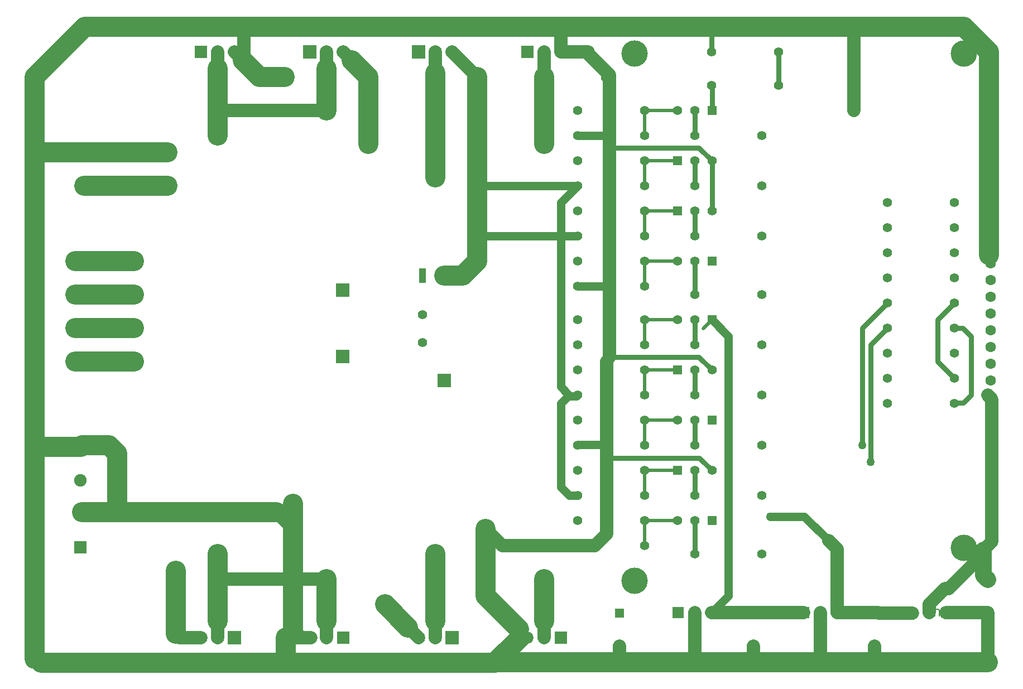
<source format=gbl>
G04*
G04 #@! TF.GenerationSoftware,Altium Limited,Altium Designer,21.8.1 (53)*
G04*
G04 Layer_Physical_Order=2*
G04 Layer_Color=16711680*
%FSLAX43Y43*%
%MOMM*%
G71*
G04*
G04 #@! TF.SameCoordinates,43502BEE-6898-4BDF-A8F3-2E7845CCF1CD*
G04*
G04*
G04 #@! TF.FilePolarity,Positive*
G04*
G01*
G75*
%ADD15C,0.152*%
%ADD16C,2.032*%
%ADD20R,2.000X2.000*%
%ADD21C,2.000*%
%ADD32R,1.850X1.850*%
%ADD33C,1.850*%
%ADD43C,0.508*%
%ADD44C,0.762*%
%ADD45C,1.270*%
%ADD46C,3.048*%
%ADD47R,1.100X2.300*%
%ADD48C,1.400*%
%ADD49R,1.600X1.600*%
%ADD50C,1.600*%
%ADD51C,1.700*%
%ADD52R,1.700X1.700*%
%ADD53C,1.600*%
G04:AMPARAMS|DCode=54|XSize=1.6mm|YSize=1.6mm|CornerRadius=0.4mm|HoleSize=0mm|Usage=FLASHONLY|Rotation=90.000|XOffset=0mm|YOffset=0mm|HoleType=Round|Shape=RoundedRectangle|*
%AMROUNDEDRECTD54*
21,1,1.600,0.800,0,0,90.0*
21,1,0.800,1.600,0,0,90.0*
1,1,0.800,0.400,0.400*
1,1,0.800,0.400,-0.400*
1,1,0.800,-0.400,-0.400*
1,1,0.800,-0.400,0.400*
%
%ADD54ROUNDEDRECTD54*%
%ADD55R,1.400X1.400*%
%ADD56C,1.900*%
%ADD57R,1.900X1.900*%
%ADD58R,1.950X1.950*%
%ADD59C,1.950*%
%ADD60R,1.350X1.350*%
%ADD61C,1.350*%
%ADD62C,4.000*%
%ADD63C,1.778*%
%ADD64C,1.270*%
%ADD65C,2.540*%
D15*
X141223Y9652D02*
Y10498D01*
X141054Y10667D01*
X140715D01*
X140546Y10498D01*
Y9652D01*
X140208Y10667D02*
X139869D01*
X140038D01*
Y9652D01*
X140208Y9821D01*
D16*
X149224Y20954D02*
Y42544D01*
X147954Y19684D02*
X149224Y20954D01*
X142080Y13810D02*
X142715D01*
X147954Y19049D01*
X139699Y11429D02*
X142080Y13810D01*
X139699Y10159D02*
Y11429D01*
X148589Y43179D02*
X149224Y42544D01*
X148589Y2669D02*
Y10159D01*
X142239D02*
X148589D01*
X132079Y10119D02*
X137159D01*
X125729Y10159D02*
X132039D01*
X131444Y2669D02*
Y5119D01*
X87987Y94974D02*
X91185Y91776D01*
Y82549D02*
Y91776D01*
X35713Y94041D02*
Y98994D01*
X44388Y6411D02*
X45873D01*
X10921Y25145D02*
X11175Y25399D01*
X90804Y35681D02*
Y48259D01*
Y33654D02*
Y35681D01*
X89026Y20319D02*
X90804Y22097D01*
Y33654D01*
X128269Y86359D02*
Y99059D01*
X81279Y91439D02*
Y95249D01*
X64769Y92074D02*
Y95249D01*
X25399Y6984D02*
X26034Y6349D01*
X29209D01*
X60959Y7619D02*
X62229Y6349D01*
X124459Y21081D02*
X125729Y19811D01*
Y10159D02*
Y19811D01*
X132039Y10159D02*
X132079Y10119D01*
X104139Y2669D02*
X104139Y2669D01*
Y10159D01*
X92709Y2669D02*
Y5119D01*
X92709Y2669D02*
X92709Y2669D01*
X113029Y2669D02*
Y5119D01*
X91185Y48955D02*
Y82549D01*
X123189Y3174D02*
Y10159D01*
X106679D02*
X113029D01*
X120649D01*
X83819Y95249D02*
Y99059D01*
X86359Y20319D02*
X89026D01*
X83819Y95249D02*
X87987D01*
X42063Y6411D02*
X44388D01*
X10983Y35367D02*
X11175Y35559D01*
X10921Y35305D02*
X10983Y35367D01*
X43179Y7619D02*
X44388Y6411D01*
X40639Y25399D02*
X43179Y22859D01*
X15319Y25399D02*
X16509Y26590D01*
X81279Y6349D02*
Y8889D01*
X64769Y6349D02*
Y8889D01*
X48259Y6349D02*
Y8889D01*
X31749Y6349D02*
Y8889D01*
X72389Y22859D02*
X74929Y20319D01*
X86359D01*
X48259Y92709D02*
Y95249D01*
X50799D02*
X52069Y93979D01*
X34289Y95249D02*
X35559Y93979D01*
X31749Y92709D02*
Y95249D01*
X11429Y75009D02*
X11509Y74929D01*
X67309Y95249D02*
X71119Y91439D01*
X31749Y86359D02*
X48259D01*
X31749Y15239D02*
X48259D01*
D20*
X34289Y6349D02*
D03*
X66119Y45389D02*
D03*
X50719Y59089D02*
D03*
Y49089D02*
D03*
X67309Y6349D02*
D03*
X45719Y95249D02*
D03*
X62229D02*
D03*
D21*
X31749Y6349D02*
D03*
X29209D02*
D03*
X64769D02*
D03*
X62229D02*
D03*
X50799Y95249D02*
D03*
X48259D02*
D03*
X67309D02*
D03*
X64769D02*
D03*
D32*
X50799Y6349D02*
D03*
X83819D02*
D03*
X29209Y95249D02*
D03*
X78739D02*
D03*
D33*
X48259Y6349D02*
D03*
X45719D02*
D03*
X81279D02*
D03*
X78739D02*
D03*
X31749Y95249D02*
D03*
X34289D02*
D03*
X83819D02*
D03*
X81279D02*
D03*
D43*
X105409Y53279D02*
X106739Y54609D01*
X64769Y15239D02*
Y19049D01*
Y8889D02*
Y15239D01*
Y6349D02*
Y8889D01*
X31749Y92709D02*
Y95249D01*
Y86359D02*
Y92709D01*
Y82549D02*
Y86359D01*
X106739Y24129D02*
X106781D01*
X96519Y86359D02*
X101539D01*
X96519Y82549D02*
Y86359D01*
Y78739D02*
X101539D01*
X96519Y74929D02*
Y78739D01*
Y71119D02*
X101539D01*
X96519Y67309D02*
Y71119D01*
Y63499D02*
X101539D01*
X96519Y59689D02*
Y63499D01*
Y54609D02*
X101539D01*
X96519Y50799D02*
Y54609D01*
Y46989D02*
X101539D01*
X96519Y43179D02*
Y46989D01*
Y39369D02*
X101539D01*
X96519Y35559D02*
Y39369D01*
Y31749D02*
X101539D01*
X96519Y27939D02*
Y31749D01*
Y24129D02*
X101539D01*
X96519Y20319D02*
Y24129D01*
D44*
X90804Y33654D02*
X104834D01*
X106739Y31749D01*
X106679Y95249D02*
Y99059D01*
X128204Y86359D02*
X128269D01*
X106739D02*
Y90169D01*
X146049Y43179D02*
Y52069D01*
X143509Y41909D02*
X143631Y42031D01*
X143509Y53339D02*
X144779D01*
X144901Y42031D02*
X146049Y43179D01*
X144779Y53339D02*
X146049Y52069D01*
X143631Y42031D02*
X144901D01*
X91185Y48955D02*
X104773D01*
X106739Y46989D01*
X106679Y90169D02*
X106739D01*
X104773Y80705D02*
X106739Y78739D01*
X91439Y80705D02*
X104773D01*
X129539Y35559D02*
Y53339D01*
X133349Y57149D01*
X130809Y50799D02*
X133349Y53339D01*
X130809Y33019D02*
Y50799D01*
X140969Y48259D02*
X143509Y45719D01*
X140969Y48259D02*
Y54609D01*
X143509Y57149D01*
X116839Y90169D02*
Y95249D01*
X84967Y43057D02*
Y43301D01*
X86237Y43057D02*
X86359Y43179D01*
X104139Y82549D02*
Y86359D01*
Y74929D02*
Y78739D01*
Y67309D02*
Y71119D01*
Y58419D02*
Y63499D01*
Y50799D02*
Y54609D01*
Y43179D02*
Y46989D01*
Y35559D02*
Y39369D01*
Y27939D02*
Y31749D01*
Y19049D02*
Y24129D01*
X106739Y71119D02*
Y78739D01*
X86359Y35559D02*
X86481Y35681D01*
D45*
X90804D02*
X91063D01*
X86481D02*
X90804D01*
X115569Y24764D02*
X120776D01*
X124459Y21081D01*
X83819Y67309D02*
X86359D01*
X71119D02*
X83819D01*
Y44449D02*
Y67309D01*
Y72389D01*
X71119Y74929D02*
X86359D01*
X83819Y72389D02*
X86359Y74929D01*
X106679Y10159D02*
X109219Y12699D01*
X106739Y54609D02*
X109219Y52129D01*
Y12699D02*
Y52129D01*
X86359Y82549D02*
X91185D01*
X86359Y59689D02*
X91058D01*
X83819Y44449D02*
X84967Y43301D01*
Y43057D02*
X86237D01*
X83819Y41909D02*
X84967Y43057D01*
X83819Y29209D02*
Y41909D01*
Y29209D02*
X85089Y27939D01*
X86359D01*
D46*
X123189Y2669D02*
X131444D01*
X113029D02*
X123189D01*
X131444D02*
X148589D01*
X19049Y80071D02*
X24129D01*
X4090D02*
X19049D01*
X4090Y35367D02*
X10983D01*
X11175Y25399D02*
X15319D01*
X5018Y2601D02*
X42063D01*
X25399Y6984D02*
Y16509D01*
X57149Y11429D02*
X60642Y7937D01*
X104139Y2669D02*
X113029D01*
X92709D02*
X104139D01*
X73881D02*
X92709D01*
X73881D02*
X77623Y6411D01*
X73813Y2601D02*
X73881Y2669D01*
X71119Y67309D02*
Y74929D01*
Y63499D02*
Y67309D01*
Y74929D02*
Y86359D01*
X11583Y99121D02*
X144933D01*
X148743Y95311D01*
X3963Y91501D02*
X11583Y99121D01*
X42063Y2601D02*
Y6411D01*
Y2601D02*
X73813D01*
X148743Y64450D02*
Y95311D01*
X3963Y3174D02*
X3963Y91501D01*
X64769Y81279D02*
Y92074D01*
Y76199D02*
Y81279D01*
X54609Y86359D02*
Y91439D01*
Y81279D02*
Y86359D01*
X19049Y74929D02*
X24129D01*
X11509D02*
X19049D01*
X66119Y61289D02*
X68909D01*
X71119Y63499D01*
X11175Y35559D02*
X15239D01*
X16509Y34289D01*
Y26590D02*
Y34289D01*
X15319Y25399D02*
X40639D01*
X43179Y22859D02*
Y26669D01*
Y7619D02*
Y22859D01*
X31749Y15239D02*
Y19049D01*
Y8889D02*
Y15239D01*
X72389Y12699D02*
X77469Y7619D01*
X72389Y12699D02*
Y22859D01*
X64769Y8889D02*
Y15239D01*
X31749Y86359D02*
Y92709D01*
Y82549D02*
Y86359D01*
X10159Y48259D02*
X19049D01*
X10159Y53339D02*
X19049D01*
X10159Y63499D02*
X19049D01*
X10159Y58419D02*
X19049D01*
X64769Y15239D02*
Y19049D01*
X81279Y8889D02*
Y15239D01*
X38099Y91439D02*
X41909D01*
X35559Y93979D02*
X38099Y91439D01*
X48259Y8889D02*
Y15239D01*
X52069Y93979D02*
X54609Y91439D01*
X81279Y81279D02*
Y91439D01*
X71119Y86359D02*
Y91439D01*
X48259Y86359D02*
Y92709D01*
D47*
X66119Y61289D02*
D03*
X62819D02*
D03*
D48*
Y55389D02*
D03*
Y51189D02*
D03*
X96519Y39369D02*
D03*
X86359D02*
D03*
X133349Y41909D02*
D03*
X143509D02*
D03*
X104139Y67309D02*
D03*
X114299D02*
D03*
X96519Y71119D02*
D03*
X86359D02*
D03*
X133349Y60959D02*
D03*
X143509D02*
D03*
X86359Y43179D02*
D03*
X96519D02*
D03*
Y46989D02*
D03*
X86359D02*
D03*
X116839Y95249D02*
D03*
X106679D02*
D03*
Y90169D02*
D03*
X116839D02*
D03*
X86359Y50799D02*
D03*
X96519D02*
D03*
Y54609D02*
D03*
X86359D02*
D03*
X104139Y50799D02*
D03*
X114299D02*
D03*
X133349Y49529D02*
D03*
X143509D02*
D03*
X86359Y35559D02*
D03*
X96519D02*
D03*
X86359Y59689D02*
D03*
X96519D02*
D03*
Y63499D02*
D03*
X86359D02*
D03*
X104139Y35559D02*
D03*
X114299D02*
D03*
X104139Y58419D02*
D03*
X114299D02*
D03*
X133349Y57149D02*
D03*
X143509D02*
D03*
X133349Y64769D02*
D03*
X143509D02*
D03*
X86359Y20319D02*
D03*
X96519D02*
D03*
Y24129D02*
D03*
X86359D02*
D03*
Y82549D02*
D03*
X96519D02*
D03*
Y86359D02*
D03*
X86359D02*
D03*
X104139Y19049D02*
D03*
X114299D02*
D03*
X104139Y82549D02*
D03*
X114299D02*
D03*
X133349Y53339D02*
D03*
X143509D02*
D03*
X133349Y68579D02*
D03*
X143509D02*
D03*
X104139Y43179D02*
D03*
X114299D02*
D03*
X86359Y67309D02*
D03*
X96519D02*
D03*
X104139Y27939D02*
D03*
X114299D02*
D03*
X104139Y74929D02*
D03*
X114299D02*
D03*
X96519Y31749D02*
D03*
X86359D02*
D03*
X133349Y45719D02*
D03*
X143509D02*
D03*
X86359Y27939D02*
D03*
X96519D02*
D03*
Y78739D02*
D03*
X86359D02*
D03*
X133349Y72389D02*
D03*
X143509D02*
D03*
X86359Y74929D02*
D03*
X96519D02*
D03*
X104139Y54609D02*
D03*
X101539D02*
D03*
X104139Y39369D02*
D03*
X101539D02*
D03*
X104139Y63499D02*
D03*
X101539D02*
D03*
X104139Y24129D02*
D03*
X101539D02*
D03*
X104139Y86359D02*
D03*
X101539D02*
D03*
X104139Y46989D02*
D03*
X106739D02*
D03*
X104139Y71119D02*
D03*
X106739D02*
D03*
X104139Y31749D02*
D03*
X106739D02*
D03*
X104139Y78739D02*
D03*
X106739D02*
D03*
D49*
X142239Y10159D02*
D03*
D50*
X139699D02*
D03*
X137159D02*
D03*
D51*
X125729D02*
D03*
X123189D02*
D03*
X106679Y10159D02*
D03*
X104139D02*
D03*
D52*
X120649Y10159D02*
D03*
X101599Y10159D02*
D03*
D53*
X149000Y63160D02*
D03*
Y60620D02*
D03*
Y58080D02*
D03*
Y53000D02*
D03*
Y47920D02*
D03*
Y45380D02*
D03*
Y50460D02*
D03*
Y55540D02*
D03*
D54*
Y42840D02*
D03*
D55*
X106739Y54609D02*
D03*
Y39369D02*
D03*
Y63499D02*
D03*
Y24129D02*
D03*
Y86359D02*
D03*
X101539Y46989D02*
D03*
Y71119D02*
D03*
Y31749D02*
D03*
Y78739D02*
D03*
D56*
X10921Y35305D02*
D03*
Y30225D02*
D03*
Y25145D02*
D03*
X10159Y63499D02*
D03*
Y58419D02*
D03*
Y53339D02*
D03*
D57*
X10921Y20065D02*
D03*
X10159Y48259D02*
D03*
D58*
X11429Y75009D02*
D03*
D59*
Y80009D02*
D03*
D60*
X92709Y10119D02*
D03*
X148589Y15199D02*
D03*
X131444Y10119D02*
D03*
X113029D02*
D03*
D61*
X92709Y5119D02*
D03*
X148589Y10199D02*
D03*
X131444Y5119D02*
D03*
X113029D02*
D03*
D62*
X145000Y95000D02*
D03*
X95000D02*
D03*
X145000Y20000D02*
D03*
X95000Y15000D02*
D03*
D63*
X90804Y91439D02*
D03*
X19049Y80009D02*
D03*
X24129Y80071D02*
D03*
X43179Y26669D02*
D03*
X25399Y16509D02*
D03*
Y12699D02*
D03*
X57149Y11429D02*
D03*
X19049Y74929D02*
D03*
Y48259D02*
D03*
Y63499D02*
D03*
Y53339D02*
D03*
X64769Y19049D02*
D03*
X81279Y15239D02*
D03*
X64769D02*
D03*
X31749Y86359D02*
D03*
Y19049D02*
D03*
Y15239D02*
D03*
X48259D02*
D03*
X19049Y58419D02*
D03*
X64769Y76199D02*
D03*
X81279Y81279D02*
D03*
X64769D02*
D03*
X54609D02*
D03*
X24129Y74929D02*
D03*
X71119Y86359D02*
D03*
X54609D02*
D03*
X41909Y91439D02*
D03*
X38099D02*
D03*
X48259Y86359D02*
D03*
X31749Y82549D02*
D03*
D64*
X115569Y24764D02*
D03*
X128269Y86359D02*
D03*
X129539Y35559D02*
D03*
X130809Y33019D02*
D03*
D65*
X147954Y15834D02*
X148589Y15199D01*
X147954Y15834D02*
Y19049D01*
Y19684D01*
M02*

</source>
